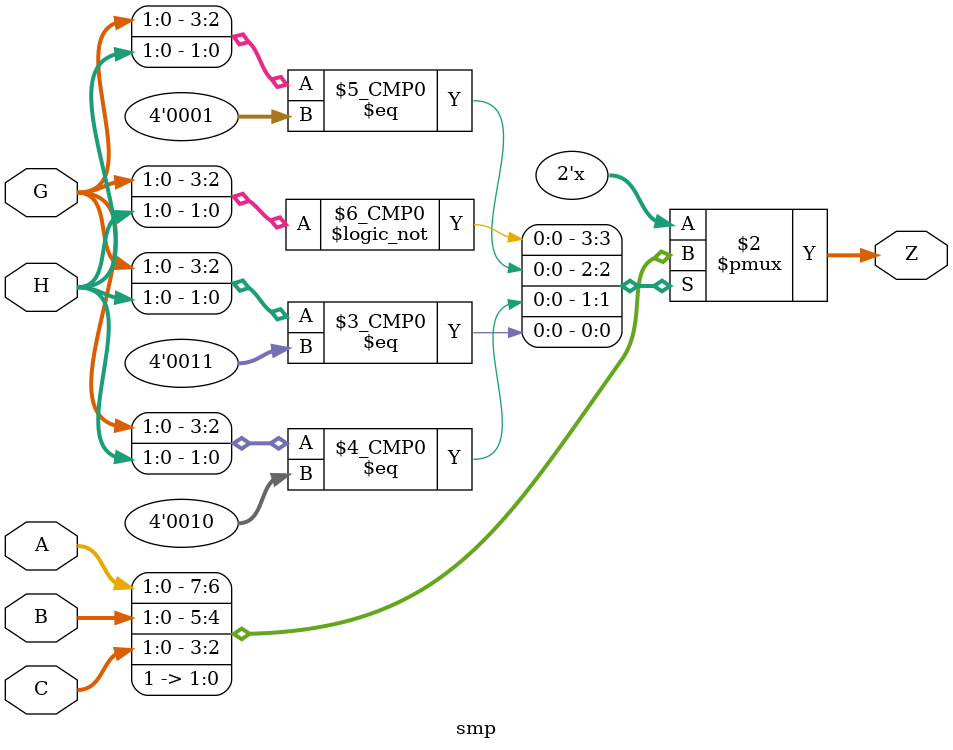
<source format=v>
module smp(A,B,C,G,H,Z);
input  [1:0]A, B, C,G,H;
output  [1:0]Z;
reg  [1:0]Z;
 always@( A or B or C or G or H )
   case ({G,H})
    2'b00 : Z <= A;
    2'b01 : Z <= B;
    2'b10 : Z <= C;
    2'b11 : Z <= -1;
   endcase
endmodule


</source>
